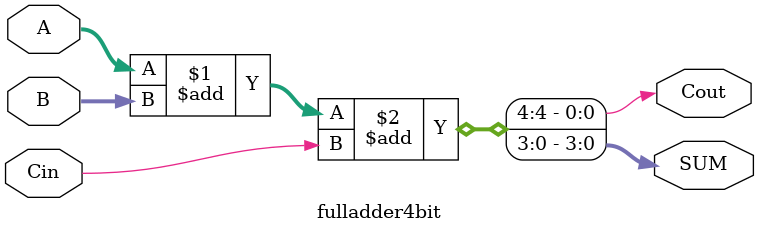
<source format=v>
module fulladder4bit(A, B, Cin, SUM, Cout);

    input [3:0] A, B;
    input Cin;

    output [3:0] SUM;
    output Cout;

    assign {Cout,SUM} = A + B + Cin;

endmodule
</source>
